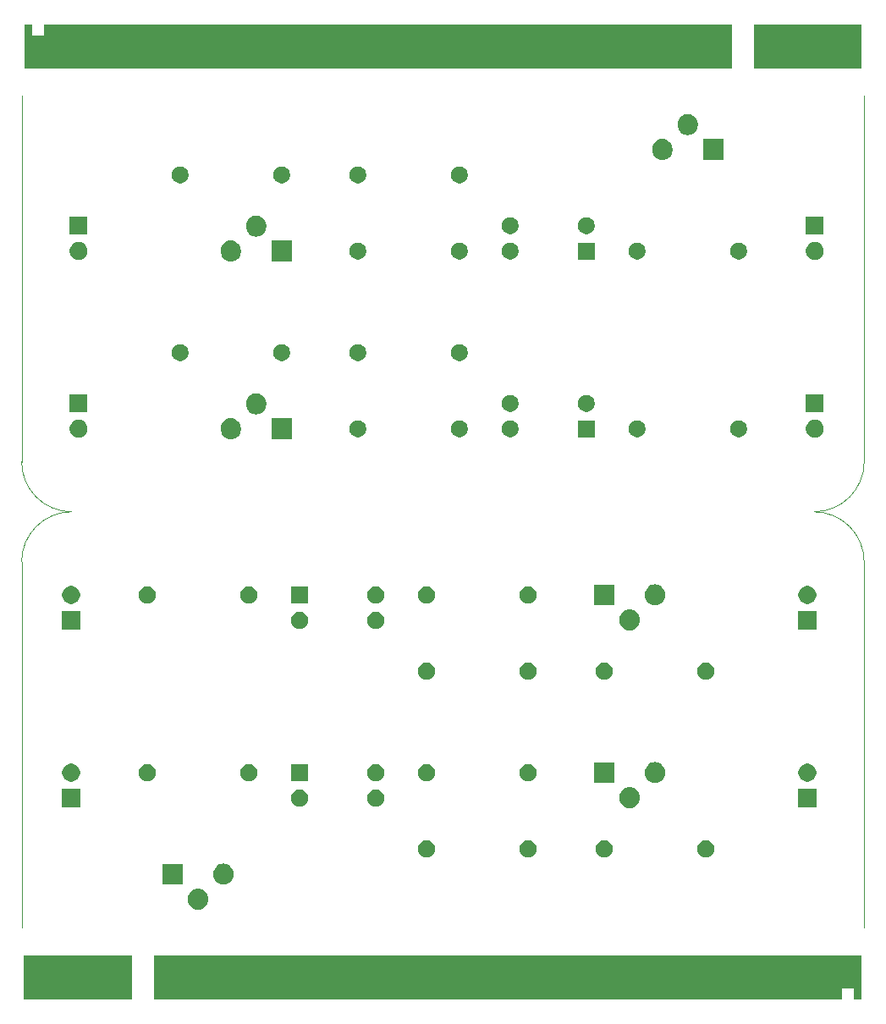
<source format=gts>
G04 #@! TF.GenerationSoftware,KiCad,Pcbnew,(5.1.5)-3*
G04 #@! TF.CreationDate,2020-02-02T20:29:06+09:00*
G04 #@! TF.ProjectId,Tape-LED_Blinky-fin,54617065-2d4c-4454-945f-426c696e6b79,rev?*
G04 #@! TF.SameCoordinates,Original*
G04 #@! TF.FileFunction,Soldermask,Top*
G04 #@! TF.FilePolarity,Negative*
%FSLAX46Y46*%
G04 Gerber Fmt 4.6, Leading zero omitted, Abs format (unit mm)*
G04 Created by KiCad (PCBNEW (5.1.5)-3) date 2020-02-02 20:29:06*
%MOMM*%
%LPD*%
G04 APERTURE LIST*
%ADD10C,0.100000*%
G04 APERTURE END LIST*
D10*
X99355000Y-103445000D02*
G75*
G02X94355000Y-98445000I0J5000000D01*
G01*
X178655000Y-61845000D02*
X178655000Y-98445000D01*
X94355000Y-61845000D02*
X94355000Y-98445000D01*
X178655000Y-98445000D02*
G75*
G02X173655000Y-103445000I-5000000J0D01*
G01*
X173650000Y-103450000D02*
G75*
G02X178650000Y-108450000I0J-5000000D01*
G01*
X94350000Y-108450000D02*
G75*
G02X99350000Y-103450000I5000000J0D01*
G01*
X178650000Y-145050000D02*
X178650000Y-108450000D01*
X94350000Y-145050000D02*
X94350000Y-108450000D01*
G36*
X178401000Y-152201000D02*
G01*
X177599000Y-152201000D01*
X177599000Y-151225999D01*
X177596598Y-151201613D01*
X177589485Y-151178164D01*
X177577934Y-151156553D01*
X177562389Y-151137611D01*
X177543447Y-151122066D01*
X177521836Y-151110515D01*
X177498387Y-151103402D01*
X177474001Y-151101000D01*
X176525999Y-151101000D01*
X176501613Y-151103402D01*
X176478164Y-151110515D01*
X176456553Y-151122066D01*
X176437611Y-151137611D01*
X176422066Y-151156553D01*
X176410515Y-151178164D01*
X176403402Y-151201613D01*
X176401000Y-151225999D01*
X176401000Y-152201000D01*
X107599000Y-152201000D01*
X107599000Y-147799000D01*
X178401000Y-147799000D01*
X178401000Y-152201000D01*
G37*
G36*
X105401000Y-152201000D02*
G01*
X94599000Y-152201000D01*
X94599000Y-147799000D01*
X105401000Y-147799000D01*
X105401000Y-152201000D01*
G37*
G36*
X112196719Y-141163520D02*
G01*
X112385880Y-141220901D01*
X112385883Y-141220902D01*
X112478333Y-141270318D01*
X112560212Y-141314083D01*
X112713015Y-141439485D01*
X112838417Y-141592288D01*
X112931599Y-141766619D01*
X112988980Y-141955780D01*
X113003500Y-142103206D01*
X113003500Y-142296793D01*
X112988980Y-142444219D01*
X112931599Y-142633380D01*
X112931598Y-142633383D01*
X112882182Y-142725833D01*
X112838417Y-142807712D01*
X112713015Y-142960515D01*
X112560212Y-143085917D01*
X112385881Y-143179099D01*
X112196720Y-143236480D01*
X112000000Y-143255855D01*
X111803281Y-143236480D01*
X111614120Y-143179099D01*
X111439788Y-143085917D01*
X111286985Y-142960515D01*
X111161583Y-142807712D01*
X111068401Y-142633381D01*
X111011020Y-142444220D01*
X110996500Y-142296794D01*
X110996500Y-142103207D01*
X111011020Y-141955781D01*
X111068401Y-141766620D01*
X111068402Y-141766617D01*
X111117818Y-141674167D01*
X111161583Y-141592288D01*
X111286985Y-141439485D01*
X111439788Y-141314083D01*
X111614119Y-141220901D01*
X111803280Y-141163520D01*
X112000000Y-141144145D01*
X112196719Y-141163520D01*
G37*
G36*
X114736719Y-138663520D02*
G01*
X114925880Y-138720901D01*
X114925883Y-138720902D01*
X115018333Y-138770318D01*
X115100212Y-138814083D01*
X115253015Y-138939485D01*
X115378417Y-139092288D01*
X115471599Y-139266619D01*
X115528980Y-139455780D01*
X115543500Y-139603206D01*
X115543500Y-139796793D01*
X115528980Y-139944219D01*
X115471599Y-140133380D01*
X115471598Y-140133383D01*
X115422182Y-140225833D01*
X115378417Y-140307712D01*
X115253015Y-140460515D01*
X115100212Y-140585917D01*
X114925881Y-140679099D01*
X114736720Y-140736480D01*
X114540000Y-140755855D01*
X114343281Y-140736480D01*
X114154120Y-140679099D01*
X113979788Y-140585917D01*
X113826985Y-140460515D01*
X113701583Y-140307712D01*
X113608401Y-140133381D01*
X113551020Y-139944220D01*
X113536500Y-139796794D01*
X113536500Y-139603207D01*
X113551020Y-139455781D01*
X113608401Y-139266620D01*
X113608402Y-139266617D01*
X113657818Y-139174167D01*
X113701583Y-139092288D01*
X113826985Y-138939485D01*
X113979788Y-138814083D01*
X114154119Y-138720901D01*
X114343280Y-138663520D01*
X114540000Y-138644145D01*
X114736719Y-138663520D01*
G37*
G36*
X110463500Y-140751000D02*
G01*
X108456500Y-140751000D01*
X108456500Y-138649000D01*
X110463500Y-138649000D01*
X110463500Y-140751000D01*
G37*
G36*
X152888228Y-136341703D02*
G01*
X153043100Y-136405853D01*
X153182481Y-136498985D01*
X153301015Y-136617519D01*
X153394147Y-136756900D01*
X153458297Y-136911772D01*
X153491000Y-137076184D01*
X153491000Y-137243816D01*
X153458297Y-137408228D01*
X153394147Y-137563100D01*
X153301015Y-137702481D01*
X153182481Y-137821015D01*
X153043100Y-137914147D01*
X152888228Y-137978297D01*
X152723816Y-138011000D01*
X152556184Y-138011000D01*
X152391772Y-137978297D01*
X152236900Y-137914147D01*
X152097519Y-137821015D01*
X151978985Y-137702481D01*
X151885853Y-137563100D01*
X151821703Y-137408228D01*
X151789000Y-137243816D01*
X151789000Y-137076184D01*
X151821703Y-136911772D01*
X151885853Y-136756900D01*
X151978985Y-136617519D01*
X152097519Y-136498985D01*
X152236900Y-136405853D01*
X152391772Y-136341703D01*
X152556184Y-136309000D01*
X152723816Y-136309000D01*
X152888228Y-136341703D01*
G37*
G36*
X135108228Y-136341703D02*
G01*
X135263100Y-136405853D01*
X135402481Y-136498985D01*
X135521015Y-136617519D01*
X135614147Y-136756900D01*
X135678297Y-136911772D01*
X135711000Y-137076184D01*
X135711000Y-137243816D01*
X135678297Y-137408228D01*
X135614147Y-137563100D01*
X135521015Y-137702481D01*
X135402481Y-137821015D01*
X135263100Y-137914147D01*
X135108228Y-137978297D01*
X134943816Y-138011000D01*
X134776184Y-138011000D01*
X134611772Y-137978297D01*
X134456900Y-137914147D01*
X134317519Y-137821015D01*
X134198985Y-137702481D01*
X134105853Y-137563100D01*
X134041703Y-137408228D01*
X134009000Y-137243816D01*
X134009000Y-137076184D01*
X134041703Y-136911772D01*
X134105853Y-136756900D01*
X134198985Y-136617519D01*
X134317519Y-136498985D01*
X134456900Y-136405853D01*
X134611772Y-136341703D01*
X134776184Y-136309000D01*
X134943816Y-136309000D01*
X135108228Y-136341703D01*
G37*
G36*
X145268228Y-136341703D02*
G01*
X145423100Y-136405853D01*
X145562481Y-136498985D01*
X145681015Y-136617519D01*
X145774147Y-136756900D01*
X145838297Y-136911772D01*
X145871000Y-137076184D01*
X145871000Y-137243816D01*
X145838297Y-137408228D01*
X145774147Y-137563100D01*
X145681015Y-137702481D01*
X145562481Y-137821015D01*
X145423100Y-137914147D01*
X145268228Y-137978297D01*
X145103816Y-138011000D01*
X144936184Y-138011000D01*
X144771772Y-137978297D01*
X144616900Y-137914147D01*
X144477519Y-137821015D01*
X144358985Y-137702481D01*
X144265853Y-137563100D01*
X144201703Y-137408228D01*
X144169000Y-137243816D01*
X144169000Y-137076184D01*
X144201703Y-136911772D01*
X144265853Y-136756900D01*
X144358985Y-136617519D01*
X144477519Y-136498985D01*
X144616900Y-136405853D01*
X144771772Y-136341703D01*
X144936184Y-136309000D01*
X145103816Y-136309000D01*
X145268228Y-136341703D01*
G37*
G36*
X163048228Y-136341703D02*
G01*
X163203100Y-136405853D01*
X163342481Y-136498985D01*
X163461015Y-136617519D01*
X163554147Y-136756900D01*
X163618297Y-136911772D01*
X163651000Y-137076184D01*
X163651000Y-137243816D01*
X163618297Y-137408228D01*
X163554147Y-137563100D01*
X163461015Y-137702481D01*
X163342481Y-137821015D01*
X163203100Y-137914147D01*
X163048228Y-137978297D01*
X162883816Y-138011000D01*
X162716184Y-138011000D01*
X162551772Y-137978297D01*
X162396900Y-137914147D01*
X162257519Y-137821015D01*
X162138985Y-137702481D01*
X162045853Y-137563100D01*
X161981703Y-137408228D01*
X161949000Y-137243816D01*
X161949000Y-137076184D01*
X161981703Y-136911772D01*
X162045853Y-136756900D01*
X162138985Y-136617519D01*
X162257519Y-136498985D01*
X162396900Y-136405853D01*
X162551772Y-136341703D01*
X162716184Y-136309000D01*
X162883816Y-136309000D01*
X163048228Y-136341703D01*
G37*
G36*
X155376719Y-131003520D02*
G01*
X155565880Y-131060901D01*
X155565883Y-131060902D01*
X155658333Y-131110318D01*
X155740212Y-131154083D01*
X155893015Y-131279485D01*
X156018417Y-131432288D01*
X156111599Y-131606619D01*
X156168980Y-131795780D01*
X156183500Y-131943206D01*
X156183500Y-132136793D01*
X156168980Y-132284219D01*
X156111599Y-132473380D01*
X156111598Y-132473383D01*
X156106404Y-132483100D01*
X156018417Y-132647712D01*
X155893015Y-132800515D01*
X155740212Y-132925917D01*
X155565881Y-133019099D01*
X155376720Y-133076480D01*
X155180000Y-133095855D01*
X154983281Y-133076480D01*
X154794120Y-133019099D01*
X154619788Y-132925917D01*
X154466985Y-132800515D01*
X154341583Y-132647712D01*
X154248401Y-132473381D01*
X154191020Y-132284220D01*
X154176500Y-132136794D01*
X154176500Y-131943207D01*
X154191020Y-131795781D01*
X154248401Y-131606620D01*
X154248402Y-131606617D01*
X154297818Y-131514167D01*
X154341583Y-131432288D01*
X154466985Y-131279485D01*
X154619788Y-131154083D01*
X154794119Y-131060901D01*
X154983280Y-131003520D01*
X155180000Y-130984145D01*
X155376719Y-131003520D01*
G37*
G36*
X173861000Y-132981000D02*
G01*
X172059000Y-132981000D01*
X172059000Y-131179000D01*
X173861000Y-131179000D01*
X173861000Y-132981000D01*
G37*
G36*
X100201000Y-132981000D02*
G01*
X98399000Y-132981000D01*
X98399000Y-131179000D01*
X100201000Y-131179000D01*
X100201000Y-132981000D01*
G37*
G36*
X130028228Y-131261703D02*
G01*
X130183100Y-131325853D01*
X130322481Y-131418985D01*
X130441015Y-131537519D01*
X130534147Y-131676900D01*
X130598297Y-131831772D01*
X130631000Y-131996184D01*
X130631000Y-132163816D01*
X130598297Y-132328228D01*
X130534147Y-132483100D01*
X130441015Y-132622481D01*
X130322481Y-132741015D01*
X130183100Y-132834147D01*
X130028228Y-132898297D01*
X129863816Y-132931000D01*
X129696184Y-132931000D01*
X129531772Y-132898297D01*
X129376900Y-132834147D01*
X129237519Y-132741015D01*
X129118985Y-132622481D01*
X129025853Y-132483100D01*
X128961703Y-132328228D01*
X128929000Y-132163816D01*
X128929000Y-131996184D01*
X128961703Y-131831772D01*
X129025853Y-131676900D01*
X129118985Y-131537519D01*
X129237519Y-131418985D01*
X129376900Y-131325853D01*
X129531772Y-131261703D01*
X129696184Y-131229000D01*
X129863816Y-131229000D01*
X130028228Y-131261703D01*
G37*
G36*
X122408228Y-131261703D02*
G01*
X122563100Y-131325853D01*
X122702481Y-131418985D01*
X122821015Y-131537519D01*
X122914147Y-131676900D01*
X122978297Y-131831772D01*
X123011000Y-131996184D01*
X123011000Y-132163816D01*
X122978297Y-132328228D01*
X122914147Y-132483100D01*
X122821015Y-132622481D01*
X122702481Y-132741015D01*
X122563100Y-132834147D01*
X122408228Y-132898297D01*
X122243816Y-132931000D01*
X122076184Y-132931000D01*
X121911772Y-132898297D01*
X121756900Y-132834147D01*
X121617519Y-132741015D01*
X121498985Y-132622481D01*
X121405853Y-132483100D01*
X121341703Y-132328228D01*
X121309000Y-132163816D01*
X121309000Y-131996184D01*
X121341703Y-131831772D01*
X121405853Y-131676900D01*
X121498985Y-131537519D01*
X121617519Y-131418985D01*
X121756900Y-131325853D01*
X121911772Y-131261703D01*
X122076184Y-131229000D01*
X122243816Y-131229000D01*
X122408228Y-131261703D01*
G37*
G36*
X157916719Y-128503520D02*
G01*
X158105880Y-128560901D01*
X158105883Y-128560902D01*
X158198333Y-128610318D01*
X158280212Y-128654083D01*
X158433015Y-128779485D01*
X158558417Y-128932288D01*
X158651599Y-129106619D01*
X158708980Y-129295780D01*
X158723500Y-129443206D01*
X158723500Y-129636793D01*
X158708980Y-129784219D01*
X158660785Y-129943097D01*
X158651598Y-129973383D01*
X158602182Y-130065833D01*
X158558417Y-130147712D01*
X158433015Y-130300515D01*
X158280212Y-130425917D01*
X158105881Y-130519099D01*
X157916720Y-130576480D01*
X157720000Y-130595855D01*
X157523281Y-130576480D01*
X157334120Y-130519099D01*
X157159788Y-130425917D01*
X157006985Y-130300515D01*
X156881583Y-130147712D01*
X156788401Y-129973381D01*
X156731020Y-129784220D01*
X156716500Y-129636794D01*
X156716500Y-129443207D01*
X156731020Y-129295781D01*
X156788401Y-129106620D01*
X156788402Y-129106617D01*
X156846716Y-128997520D01*
X156881583Y-128932288D01*
X157006985Y-128779485D01*
X157159788Y-128654083D01*
X157334119Y-128560901D01*
X157523280Y-128503520D01*
X157720000Y-128484145D01*
X157916719Y-128503520D01*
G37*
G36*
X153643500Y-130591000D02*
G01*
X151636500Y-130591000D01*
X151636500Y-128489000D01*
X153643500Y-128489000D01*
X153643500Y-130591000D01*
G37*
G36*
X99413512Y-128643927D02*
G01*
X99562812Y-128673624D01*
X99726784Y-128741544D01*
X99874354Y-128840147D01*
X99999853Y-128965646D01*
X100098456Y-129113216D01*
X100166376Y-129277188D01*
X100196073Y-129426488D01*
X100201000Y-129451258D01*
X100201000Y-129628742D01*
X100199398Y-129636794D01*
X100166376Y-129802812D01*
X100098456Y-129966784D01*
X99999853Y-130114354D01*
X99874354Y-130239853D01*
X99726784Y-130338456D01*
X99562812Y-130406376D01*
X99413512Y-130436073D01*
X99388742Y-130441000D01*
X99211258Y-130441000D01*
X99186488Y-130436073D01*
X99037188Y-130406376D01*
X98873216Y-130338456D01*
X98725646Y-130239853D01*
X98600147Y-130114354D01*
X98501544Y-129966784D01*
X98433624Y-129802812D01*
X98400602Y-129636794D01*
X98399000Y-129628742D01*
X98399000Y-129451258D01*
X98403927Y-129426488D01*
X98433624Y-129277188D01*
X98501544Y-129113216D01*
X98600147Y-128965646D01*
X98725646Y-128840147D01*
X98873216Y-128741544D01*
X99037188Y-128673624D01*
X99186488Y-128643927D01*
X99211258Y-128639000D01*
X99388742Y-128639000D01*
X99413512Y-128643927D01*
G37*
G36*
X173073512Y-128643927D02*
G01*
X173222812Y-128673624D01*
X173386784Y-128741544D01*
X173534354Y-128840147D01*
X173659853Y-128965646D01*
X173758456Y-129113216D01*
X173826376Y-129277188D01*
X173856073Y-129426488D01*
X173861000Y-129451258D01*
X173861000Y-129628742D01*
X173859398Y-129636794D01*
X173826376Y-129802812D01*
X173758456Y-129966784D01*
X173659853Y-130114354D01*
X173534354Y-130239853D01*
X173386784Y-130338456D01*
X173222812Y-130406376D01*
X173073512Y-130436073D01*
X173048742Y-130441000D01*
X172871258Y-130441000D01*
X172846488Y-130436073D01*
X172697188Y-130406376D01*
X172533216Y-130338456D01*
X172385646Y-130239853D01*
X172260147Y-130114354D01*
X172161544Y-129966784D01*
X172093624Y-129802812D01*
X172060602Y-129636794D01*
X172059000Y-129628742D01*
X172059000Y-129451258D01*
X172063927Y-129426488D01*
X172093624Y-129277188D01*
X172161544Y-129113216D01*
X172260147Y-128965646D01*
X172385646Y-128840147D01*
X172533216Y-128741544D01*
X172697188Y-128673624D01*
X172846488Y-128643927D01*
X172871258Y-128639000D01*
X173048742Y-128639000D01*
X173073512Y-128643927D01*
G37*
G36*
X117328228Y-128721703D02*
G01*
X117483100Y-128785853D01*
X117622481Y-128878985D01*
X117741015Y-128997519D01*
X117834147Y-129136900D01*
X117898297Y-129291772D01*
X117931000Y-129456184D01*
X117931000Y-129623816D01*
X117898297Y-129788228D01*
X117834147Y-129943100D01*
X117741015Y-130082481D01*
X117622481Y-130201015D01*
X117483100Y-130294147D01*
X117328228Y-130358297D01*
X117163816Y-130391000D01*
X116996184Y-130391000D01*
X116831772Y-130358297D01*
X116676900Y-130294147D01*
X116537519Y-130201015D01*
X116418985Y-130082481D01*
X116325853Y-129943100D01*
X116261703Y-129788228D01*
X116229000Y-129623816D01*
X116229000Y-129456184D01*
X116261703Y-129291772D01*
X116325853Y-129136900D01*
X116418985Y-128997519D01*
X116537519Y-128878985D01*
X116676900Y-128785853D01*
X116831772Y-128721703D01*
X116996184Y-128689000D01*
X117163816Y-128689000D01*
X117328228Y-128721703D01*
G37*
G36*
X135108228Y-128721703D02*
G01*
X135263100Y-128785853D01*
X135402481Y-128878985D01*
X135521015Y-128997519D01*
X135614147Y-129136900D01*
X135678297Y-129291772D01*
X135711000Y-129456184D01*
X135711000Y-129623816D01*
X135678297Y-129788228D01*
X135614147Y-129943100D01*
X135521015Y-130082481D01*
X135402481Y-130201015D01*
X135263100Y-130294147D01*
X135108228Y-130358297D01*
X134943816Y-130391000D01*
X134776184Y-130391000D01*
X134611772Y-130358297D01*
X134456900Y-130294147D01*
X134317519Y-130201015D01*
X134198985Y-130082481D01*
X134105853Y-129943100D01*
X134041703Y-129788228D01*
X134009000Y-129623816D01*
X134009000Y-129456184D01*
X134041703Y-129291772D01*
X134105853Y-129136900D01*
X134198985Y-128997519D01*
X134317519Y-128878985D01*
X134456900Y-128785853D01*
X134611772Y-128721703D01*
X134776184Y-128689000D01*
X134943816Y-128689000D01*
X135108228Y-128721703D01*
G37*
G36*
X107168228Y-128721703D02*
G01*
X107323100Y-128785853D01*
X107462481Y-128878985D01*
X107581015Y-128997519D01*
X107674147Y-129136900D01*
X107738297Y-129291772D01*
X107771000Y-129456184D01*
X107771000Y-129623816D01*
X107738297Y-129788228D01*
X107674147Y-129943100D01*
X107581015Y-130082481D01*
X107462481Y-130201015D01*
X107323100Y-130294147D01*
X107168228Y-130358297D01*
X107003816Y-130391000D01*
X106836184Y-130391000D01*
X106671772Y-130358297D01*
X106516900Y-130294147D01*
X106377519Y-130201015D01*
X106258985Y-130082481D01*
X106165853Y-129943100D01*
X106101703Y-129788228D01*
X106069000Y-129623816D01*
X106069000Y-129456184D01*
X106101703Y-129291772D01*
X106165853Y-129136900D01*
X106258985Y-128997519D01*
X106377519Y-128878985D01*
X106516900Y-128785853D01*
X106671772Y-128721703D01*
X106836184Y-128689000D01*
X107003816Y-128689000D01*
X107168228Y-128721703D01*
G37*
G36*
X145268228Y-128721703D02*
G01*
X145423100Y-128785853D01*
X145562481Y-128878985D01*
X145681015Y-128997519D01*
X145774147Y-129136900D01*
X145838297Y-129291772D01*
X145871000Y-129456184D01*
X145871000Y-129623816D01*
X145838297Y-129788228D01*
X145774147Y-129943100D01*
X145681015Y-130082481D01*
X145562481Y-130201015D01*
X145423100Y-130294147D01*
X145268228Y-130358297D01*
X145103816Y-130391000D01*
X144936184Y-130391000D01*
X144771772Y-130358297D01*
X144616900Y-130294147D01*
X144477519Y-130201015D01*
X144358985Y-130082481D01*
X144265853Y-129943100D01*
X144201703Y-129788228D01*
X144169000Y-129623816D01*
X144169000Y-129456184D01*
X144201703Y-129291772D01*
X144265853Y-129136900D01*
X144358985Y-128997519D01*
X144477519Y-128878985D01*
X144616900Y-128785853D01*
X144771772Y-128721703D01*
X144936184Y-128689000D01*
X145103816Y-128689000D01*
X145268228Y-128721703D01*
G37*
G36*
X130028228Y-128721703D02*
G01*
X130183100Y-128785853D01*
X130322481Y-128878985D01*
X130441015Y-128997519D01*
X130534147Y-129136900D01*
X130598297Y-129291772D01*
X130631000Y-129456184D01*
X130631000Y-129623816D01*
X130598297Y-129788228D01*
X130534147Y-129943100D01*
X130441015Y-130082481D01*
X130322481Y-130201015D01*
X130183100Y-130294147D01*
X130028228Y-130358297D01*
X129863816Y-130391000D01*
X129696184Y-130391000D01*
X129531772Y-130358297D01*
X129376900Y-130294147D01*
X129237519Y-130201015D01*
X129118985Y-130082481D01*
X129025853Y-129943100D01*
X128961703Y-129788228D01*
X128929000Y-129623816D01*
X128929000Y-129456184D01*
X128961703Y-129291772D01*
X129025853Y-129136900D01*
X129118985Y-128997519D01*
X129237519Y-128878985D01*
X129376900Y-128785853D01*
X129531772Y-128721703D01*
X129696184Y-128689000D01*
X129863816Y-128689000D01*
X130028228Y-128721703D01*
G37*
G36*
X123011000Y-130391000D02*
G01*
X121309000Y-130391000D01*
X121309000Y-128689000D01*
X123011000Y-128689000D01*
X123011000Y-130391000D01*
G37*
G36*
X145268228Y-118561703D02*
G01*
X145423100Y-118625853D01*
X145562481Y-118718985D01*
X145681015Y-118837519D01*
X145774147Y-118976900D01*
X145838297Y-119131772D01*
X145871000Y-119296184D01*
X145871000Y-119463816D01*
X145838297Y-119628228D01*
X145774147Y-119783100D01*
X145681015Y-119922481D01*
X145562481Y-120041015D01*
X145423100Y-120134147D01*
X145268228Y-120198297D01*
X145103816Y-120231000D01*
X144936184Y-120231000D01*
X144771772Y-120198297D01*
X144616900Y-120134147D01*
X144477519Y-120041015D01*
X144358985Y-119922481D01*
X144265853Y-119783100D01*
X144201703Y-119628228D01*
X144169000Y-119463816D01*
X144169000Y-119296184D01*
X144201703Y-119131772D01*
X144265853Y-118976900D01*
X144358985Y-118837519D01*
X144477519Y-118718985D01*
X144616900Y-118625853D01*
X144771772Y-118561703D01*
X144936184Y-118529000D01*
X145103816Y-118529000D01*
X145268228Y-118561703D01*
G37*
G36*
X163048228Y-118561703D02*
G01*
X163203100Y-118625853D01*
X163342481Y-118718985D01*
X163461015Y-118837519D01*
X163554147Y-118976900D01*
X163618297Y-119131772D01*
X163651000Y-119296184D01*
X163651000Y-119463816D01*
X163618297Y-119628228D01*
X163554147Y-119783100D01*
X163461015Y-119922481D01*
X163342481Y-120041015D01*
X163203100Y-120134147D01*
X163048228Y-120198297D01*
X162883816Y-120231000D01*
X162716184Y-120231000D01*
X162551772Y-120198297D01*
X162396900Y-120134147D01*
X162257519Y-120041015D01*
X162138985Y-119922481D01*
X162045853Y-119783100D01*
X161981703Y-119628228D01*
X161949000Y-119463816D01*
X161949000Y-119296184D01*
X161981703Y-119131772D01*
X162045853Y-118976900D01*
X162138985Y-118837519D01*
X162257519Y-118718985D01*
X162396900Y-118625853D01*
X162551772Y-118561703D01*
X162716184Y-118529000D01*
X162883816Y-118529000D01*
X163048228Y-118561703D01*
G37*
G36*
X152888228Y-118561703D02*
G01*
X153043100Y-118625853D01*
X153182481Y-118718985D01*
X153301015Y-118837519D01*
X153394147Y-118976900D01*
X153458297Y-119131772D01*
X153491000Y-119296184D01*
X153491000Y-119463816D01*
X153458297Y-119628228D01*
X153394147Y-119783100D01*
X153301015Y-119922481D01*
X153182481Y-120041015D01*
X153043100Y-120134147D01*
X152888228Y-120198297D01*
X152723816Y-120231000D01*
X152556184Y-120231000D01*
X152391772Y-120198297D01*
X152236900Y-120134147D01*
X152097519Y-120041015D01*
X151978985Y-119922481D01*
X151885853Y-119783100D01*
X151821703Y-119628228D01*
X151789000Y-119463816D01*
X151789000Y-119296184D01*
X151821703Y-119131772D01*
X151885853Y-118976900D01*
X151978985Y-118837519D01*
X152097519Y-118718985D01*
X152236900Y-118625853D01*
X152391772Y-118561703D01*
X152556184Y-118529000D01*
X152723816Y-118529000D01*
X152888228Y-118561703D01*
G37*
G36*
X135108228Y-118561703D02*
G01*
X135263100Y-118625853D01*
X135402481Y-118718985D01*
X135521015Y-118837519D01*
X135614147Y-118976900D01*
X135678297Y-119131772D01*
X135711000Y-119296184D01*
X135711000Y-119463816D01*
X135678297Y-119628228D01*
X135614147Y-119783100D01*
X135521015Y-119922481D01*
X135402481Y-120041015D01*
X135263100Y-120134147D01*
X135108228Y-120198297D01*
X134943816Y-120231000D01*
X134776184Y-120231000D01*
X134611772Y-120198297D01*
X134456900Y-120134147D01*
X134317519Y-120041015D01*
X134198985Y-119922481D01*
X134105853Y-119783100D01*
X134041703Y-119628228D01*
X134009000Y-119463816D01*
X134009000Y-119296184D01*
X134041703Y-119131772D01*
X134105853Y-118976900D01*
X134198985Y-118837519D01*
X134317519Y-118718985D01*
X134456900Y-118625853D01*
X134611772Y-118561703D01*
X134776184Y-118529000D01*
X134943816Y-118529000D01*
X135108228Y-118561703D01*
G37*
G36*
X155376719Y-113223520D02*
G01*
X155565880Y-113280901D01*
X155565883Y-113280902D01*
X155658333Y-113330318D01*
X155740212Y-113374083D01*
X155893015Y-113499485D01*
X156018417Y-113652288D01*
X156111599Y-113826619D01*
X156168980Y-114015780D01*
X156183500Y-114163206D01*
X156183500Y-114356793D01*
X156168980Y-114504219D01*
X156111599Y-114693380D01*
X156111598Y-114693383D01*
X156106404Y-114703100D01*
X156018417Y-114867712D01*
X155893015Y-115020515D01*
X155740212Y-115145917D01*
X155565881Y-115239099D01*
X155376720Y-115296480D01*
X155180000Y-115315855D01*
X154983281Y-115296480D01*
X154794120Y-115239099D01*
X154619788Y-115145917D01*
X154466985Y-115020515D01*
X154341583Y-114867712D01*
X154248401Y-114693381D01*
X154191020Y-114504220D01*
X154176500Y-114356794D01*
X154176500Y-114163207D01*
X154191020Y-114015781D01*
X154248401Y-113826620D01*
X154248402Y-113826617D01*
X154297818Y-113734167D01*
X154341583Y-113652288D01*
X154466985Y-113499485D01*
X154619788Y-113374083D01*
X154794119Y-113280901D01*
X154983280Y-113223520D01*
X155180000Y-113204145D01*
X155376719Y-113223520D01*
G37*
G36*
X173861000Y-115201000D02*
G01*
X172059000Y-115201000D01*
X172059000Y-113399000D01*
X173861000Y-113399000D01*
X173861000Y-115201000D01*
G37*
G36*
X100201000Y-115201000D02*
G01*
X98399000Y-115201000D01*
X98399000Y-113399000D01*
X100201000Y-113399000D01*
X100201000Y-115201000D01*
G37*
G36*
X130028228Y-113481703D02*
G01*
X130183100Y-113545853D01*
X130322481Y-113638985D01*
X130441015Y-113757519D01*
X130534147Y-113896900D01*
X130598297Y-114051772D01*
X130631000Y-114216184D01*
X130631000Y-114383816D01*
X130598297Y-114548228D01*
X130534147Y-114703100D01*
X130441015Y-114842481D01*
X130322481Y-114961015D01*
X130183100Y-115054147D01*
X130028228Y-115118297D01*
X129863816Y-115151000D01*
X129696184Y-115151000D01*
X129531772Y-115118297D01*
X129376900Y-115054147D01*
X129237519Y-114961015D01*
X129118985Y-114842481D01*
X129025853Y-114703100D01*
X128961703Y-114548228D01*
X128929000Y-114383816D01*
X128929000Y-114216184D01*
X128961703Y-114051772D01*
X129025853Y-113896900D01*
X129118985Y-113757519D01*
X129237519Y-113638985D01*
X129376900Y-113545853D01*
X129531772Y-113481703D01*
X129696184Y-113449000D01*
X129863816Y-113449000D01*
X130028228Y-113481703D01*
G37*
G36*
X122408228Y-113481703D02*
G01*
X122563100Y-113545853D01*
X122702481Y-113638985D01*
X122821015Y-113757519D01*
X122914147Y-113896900D01*
X122978297Y-114051772D01*
X123011000Y-114216184D01*
X123011000Y-114383816D01*
X122978297Y-114548228D01*
X122914147Y-114703100D01*
X122821015Y-114842481D01*
X122702481Y-114961015D01*
X122563100Y-115054147D01*
X122408228Y-115118297D01*
X122243816Y-115151000D01*
X122076184Y-115151000D01*
X121911772Y-115118297D01*
X121756900Y-115054147D01*
X121617519Y-114961015D01*
X121498985Y-114842481D01*
X121405853Y-114703100D01*
X121341703Y-114548228D01*
X121309000Y-114383816D01*
X121309000Y-114216184D01*
X121341703Y-114051772D01*
X121405853Y-113896900D01*
X121498985Y-113757519D01*
X121617519Y-113638985D01*
X121756900Y-113545853D01*
X121911772Y-113481703D01*
X122076184Y-113449000D01*
X122243816Y-113449000D01*
X122408228Y-113481703D01*
G37*
G36*
X157916719Y-110723520D02*
G01*
X158105880Y-110780901D01*
X158105883Y-110780902D01*
X158198333Y-110830318D01*
X158280212Y-110874083D01*
X158433015Y-110999485D01*
X158558417Y-111152288D01*
X158651599Y-111326619D01*
X158708980Y-111515780D01*
X158723500Y-111663206D01*
X158723500Y-111856793D01*
X158708980Y-112004219D01*
X158660785Y-112163097D01*
X158651598Y-112193383D01*
X158602182Y-112285833D01*
X158558417Y-112367712D01*
X158433015Y-112520515D01*
X158280212Y-112645917D01*
X158105881Y-112739099D01*
X157916720Y-112796480D01*
X157720000Y-112815855D01*
X157523281Y-112796480D01*
X157334120Y-112739099D01*
X157159788Y-112645917D01*
X157006985Y-112520515D01*
X156881583Y-112367712D01*
X156788401Y-112193381D01*
X156731020Y-112004220D01*
X156716500Y-111856794D01*
X156716500Y-111663207D01*
X156731020Y-111515781D01*
X156788401Y-111326620D01*
X156788402Y-111326617D01*
X156846716Y-111217520D01*
X156881583Y-111152288D01*
X157006985Y-110999485D01*
X157159788Y-110874083D01*
X157334119Y-110780901D01*
X157523280Y-110723520D01*
X157720000Y-110704145D01*
X157916719Y-110723520D01*
G37*
G36*
X153643500Y-112811000D02*
G01*
X151636500Y-112811000D01*
X151636500Y-110709000D01*
X153643500Y-110709000D01*
X153643500Y-112811000D01*
G37*
G36*
X173073512Y-110863927D02*
G01*
X173222812Y-110893624D01*
X173386784Y-110961544D01*
X173534354Y-111060147D01*
X173659853Y-111185646D01*
X173758456Y-111333216D01*
X173826376Y-111497188D01*
X173856073Y-111646488D01*
X173861000Y-111671258D01*
X173861000Y-111848742D01*
X173859398Y-111856794D01*
X173826376Y-112022812D01*
X173758456Y-112186784D01*
X173659853Y-112334354D01*
X173534354Y-112459853D01*
X173386784Y-112558456D01*
X173222812Y-112626376D01*
X173073512Y-112656073D01*
X173048742Y-112661000D01*
X172871258Y-112661000D01*
X172846488Y-112656073D01*
X172697188Y-112626376D01*
X172533216Y-112558456D01*
X172385646Y-112459853D01*
X172260147Y-112334354D01*
X172161544Y-112186784D01*
X172093624Y-112022812D01*
X172060602Y-111856794D01*
X172059000Y-111848742D01*
X172059000Y-111671258D01*
X172063927Y-111646488D01*
X172093624Y-111497188D01*
X172161544Y-111333216D01*
X172260147Y-111185646D01*
X172385646Y-111060147D01*
X172533216Y-110961544D01*
X172697188Y-110893624D01*
X172846488Y-110863927D01*
X172871258Y-110859000D01*
X173048742Y-110859000D01*
X173073512Y-110863927D01*
G37*
G36*
X99413512Y-110863927D02*
G01*
X99562812Y-110893624D01*
X99726784Y-110961544D01*
X99874354Y-111060147D01*
X99999853Y-111185646D01*
X100098456Y-111333216D01*
X100166376Y-111497188D01*
X100196073Y-111646488D01*
X100201000Y-111671258D01*
X100201000Y-111848742D01*
X100199398Y-111856794D01*
X100166376Y-112022812D01*
X100098456Y-112186784D01*
X99999853Y-112334354D01*
X99874354Y-112459853D01*
X99726784Y-112558456D01*
X99562812Y-112626376D01*
X99413512Y-112656073D01*
X99388742Y-112661000D01*
X99211258Y-112661000D01*
X99186488Y-112656073D01*
X99037188Y-112626376D01*
X98873216Y-112558456D01*
X98725646Y-112459853D01*
X98600147Y-112334354D01*
X98501544Y-112186784D01*
X98433624Y-112022812D01*
X98400602Y-111856794D01*
X98399000Y-111848742D01*
X98399000Y-111671258D01*
X98403927Y-111646488D01*
X98433624Y-111497188D01*
X98501544Y-111333216D01*
X98600147Y-111185646D01*
X98725646Y-111060147D01*
X98873216Y-110961544D01*
X99037188Y-110893624D01*
X99186488Y-110863927D01*
X99211258Y-110859000D01*
X99388742Y-110859000D01*
X99413512Y-110863927D01*
G37*
G36*
X123011000Y-112611000D02*
G01*
X121309000Y-112611000D01*
X121309000Y-110909000D01*
X123011000Y-110909000D01*
X123011000Y-112611000D01*
G37*
G36*
X145268228Y-110941703D02*
G01*
X145423100Y-111005853D01*
X145562481Y-111098985D01*
X145681015Y-111217519D01*
X145774147Y-111356900D01*
X145838297Y-111511772D01*
X145871000Y-111676184D01*
X145871000Y-111843816D01*
X145838297Y-112008228D01*
X145774147Y-112163100D01*
X145681015Y-112302481D01*
X145562481Y-112421015D01*
X145423100Y-112514147D01*
X145268228Y-112578297D01*
X145103816Y-112611000D01*
X144936184Y-112611000D01*
X144771772Y-112578297D01*
X144616900Y-112514147D01*
X144477519Y-112421015D01*
X144358985Y-112302481D01*
X144265853Y-112163100D01*
X144201703Y-112008228D01*
X144169000Y-111843816D01*
X144169000Y-111676184D01*
X144201703Y-111511772D01*
X144265853Y-111356900D01*
X144358985Y-111217519D01*
X144477519Y-111098985D01*
X144616900Y-111005853D01*
X144771772Y-110941703D01*
X144936184Y-110909000D01*
X145103816Y-110909000D01*
X145268228Y-110941703D01*
G37*
G36*
X107168228Y-110941703D02*
G01*
X107323100Y-111005853D01*
X107462481Y-111098985D01*
X107581015Y-111217519D01*
X107674147Y-111356900D01*
X107738297Y-111511772D01*
X107771000Y-111676184D01*
X107771000Y-111843816D01*
X107738297Y-112008228D01*
X107674147Y-112163100D01*
X107581015Y-112302481D01*
X107462481Y-112421015D01*
X107323100Y-112514147D01*
X107168228Y-112578297D01*
X107003816Y-112611000D01*
X106836184Y-112611000D01*
X106671772Y-112578297D01*
X106516900Y-112514147D01*
X106377519Y-112421015D01*
X106258985Y-112302481D01*
X106165853Y-112163100D01*
X106101703Y-112008228D01*
X106069000Y-111843816D01*
X106069000Y-111676184D01*
X106101703Y-111511772D01*
X106165853Y-111356900D01*
X106258985Y-111217519D01*
X106377519Y-111098985D01*
X106516900Y-111005853D01*
X106671772Y-110941703D01*
X106836184Y-110909000D01*
X107003816Y-110909000D01*
X107168228Y-110941703D01*
G37*
G36*
X117328228Y-110941703D02*
G01*
X117483100Y-111005853D01*
X117622481Y-111098985D01*
X117741015Y-111217519D01*
X117834147Y-111356900D01*
X117898297Y-111511772D01*
X117931000Y-111676184D01*
X117931000Y-111843816D01*
X117898297Y-112008228D01*
X117834147Y-112163100D01*
X117741015Y-112302481D01*
X117622481Y-112421015D01*
X117483100Y-112514147D01*
X117328228Y-112578297D01*
X117163816Y-112611000D01*
X116996184Y-112611000D01*
X116831772Y-112578297D01*
X116676900Y-112514147D01*
X116537519Y-112421015D01*
X116418985Y-112302481D01*
X116325853Y-112163100D01*
X116261703Y-112008228D01*
X116229000Y-111843816D01*
X116229000Y-111676184D01*
X116261703Y-111511772D01*
X116325853Y-111356900D01*
X116418985Y-111217519D01*
X116537519Y-111098985D01*
X116676900Y-111005853D01*
X116831772Y-110941703D01*
X116996184Y-110909000D01*
X117163816Y-110909000D01*
X117328228Y-110941703D01*
G37*
G36*
X135108228Y-110941703D02*
G01*
X135263100Y-111005853D01*
X135402481Y-111098985D01*
X135521015Y-111217519D01*
X135614147Y-111356900D01*
X135678297Y-111511772D01*
X135711000Y-111676184D01*
X135711000Y-111843816D01*
X135678297Y-112008228D01*
X135614147Y-112163100D01*
X135521015Y-112302481D01*
X135402481Y-112421015D01*
X135263100Y-112514147D01*
X135108228Y-112578297D01*
X134943816Y-112611000D01*
X134776184Y-112611000D01*
X134611772Y-112578297D01*
X134456900Y-112514147D01*
X134317519Y-112421015D01*
X134198985Y-112302481D01*
X134105853Y-112163100D01*
X134041703Y-112008228D01*
X134009000Y-111843816D01*
X134009000Y-111676184D01*
X134041703Y-111511772D01*
X134105853Y-111356900D01*
X134198985Y-111217519D01*
X134317519Y-111098985D01*
X134456900Y-111005853D01*
X134611772Y-110941703D01*
X134776184Y-110909000D01*
X134943816Y-110909000D01*
X135108228Y-110941703D01*
G37*
G36*
X130028228Y-110941703D02*
G01*
X130183100Y-111005853D01*
X130322481Y-111098985D01*
X130441015Y-111217519D01*
X130534147Y-111356900D01*
X130598297Y-111511772D01*
X130631000Y-111676184D01*
X130631000Y-111843816D01*
X130598297Y-112008228D01*
X130534147Y-112163100D01*
X130441015Y-112302481D01*
X130322481Y-112421015D01*
X130183100Y-112514147D01*
X130028228Y-112578297D01*
X129863816Y-112611000D01*
X129696184Y-112611000D01*
X129531772Y-112578297D01*
X129376900Y-112514147D01*
X129237519Y-112421015D01*
X129118985Y-112302481D01*
X129025853Y-112163100D01*
X128961703Y-112008228D01*
X128929000Y-111843816D01*
X128929000Y-111676184D01*
X128961703Y-111511772D01*
X129025853Y-111356900D01*
X129118985Y-111217519D01*
X129237519Y-111098985D01*
X129376900Y-111005853D01*
X129531772Y-110941703D01*
X129696184Y-110909000D01*
X129863816Y-110909000D01*
X130028228Y-110941703D01*
G37*
G36*
X115481720Y-94098520D02*
G01*
X115670881Y-94155901D01*
X115845212Y-94249083D01*
X115998015Y-94374485D01*
X116123417Y-94527288D01*
X116158284Y-94592520D01*
X116216598Y-94701617D01*
X116216599Y-94701620D01*
X116273980Y-94890781D01*
X116288500Y-95038207D01*
X116288500Y-95231794D01*
X116273980Y-95379220D01*
X116216599Y-95568381D01*
X116123417Y-95742712D01*
X115998015Y-95895515D01*
X115845212Y-96020917D01*
X115763333Y-96064682D01*
X115670883Y-96114098D01*
X115670880Y-96114099D01*
X115481719Y-96171480D01*
X115285000Y-96190855D01*
X115088280Y-96171480D01*
X114899119Y-96114099D01*
X114724788Y-96020917D01*
X114571985Y-95895515D01*
X114446583Y-95742712D01*
X114402818Y-95660833D01*
X114353402Y-95568383D01*
X114344215Y-95538097D01*
X114296020Y-95379219D01*
X114281500Y-95231793D01*
X114281500Y-95038206D01*
X114296020Y-94890780D01*
X114353401Y-94701619D01*
X114446583Y-94527288D01*
X114571985Y-94374485D01*
X114724788Y-94249083D01*
X114899120Y-94155901D01*
X115088281Y-94098520D01*
X115285000Y-94079145D01*
X115481720Y-94098520D01*
G37*
G36*
X121368500Y-96186000D02*
G01*
X119361500Y-96186000D01*
X119361500Y-94084000D01*
X121368500Y-94084000D01*
X121368500Y-96186000D01*
G37*
G36*
X100158512Y-94238927D02*
G01*
X100307812Y-94268624D01*
X100471784Y-94336544D01*
X100619354Y-94435147D01*
X100744853Y-94560646D01*
X100843456Y-94708216D01*
X100911376Y-94872188D01*
X100941073Y-95021488D01*
X100946000Y-95046258D01*
X100946000Y-95223742D01*
X100944398Y-95231794D01*
X100911376Y-95397812D01*
X100843456Y-95561784D01*
X100744853Y-95709354D01*
X100619354Y-95834853D01*
X100471784Y-95933456D01*
X100307812Y-96001376D01*
X100158512Y-96031073D01*
X100133742Y-96036000D01*
X99956258Y-96036000D01*
X99931488Y-96031073D01*
X99782188Y-96001376D01*
X99618216Y-95933456D01*
X99470646Y-95834853D01*
X99345147Y-95709354D01*
X99246544Y-95561784D01*
X99178624Y-95397812D01*
X99145602Y-95231794D01*
X99144000Y-95223742D01*
X99144000Y-95046258D01*
X99148927Y-95021488D01*
X99178624Y-94872188D01*
X99246544Y-94708216D01*
X99345147Y-94560646D01*
X99470646Y-94435147D01*
X99618216Y-94336544D01*
X99782188Y-94268624D01*
X99931488Y-94238927D01*
X99956258Y-94234000D01*
X100133742Y-94234000D01*
X100158512Y-94238927D01*
G37*
G36*
X173818512Y-94238927D02*
G01*
X173967812Y-94268624D01*
X174131784Y-94336544D01*
X174279354Y-94435147D01*
X174404853Y-94560646D01*
X174503456Y-94708216D01*
X174571376Y-94872188D01*
X174601073Y-95021488D01*
X174606000Y-95046258D01*
X174606000Y-95223742D01*
X174604398Y-95231794D01*
X174571376Y-95397812D01*
X174503456Y-95561784D01*
X174404853Y-95709354D01*
X174279354Y-95834853D01*
X174131784Y-95933456D01*
X173967812Y-96001376D01*
X173818512Y-96031073D01*
X173793742Y-96036000D01*
X173616258Y-96036000D01*
X173591488Y-96031073D01*
X173442188Y-96001376D01*
X173278216Y-95933456D01*
X173130646Y-95834853D01*
X173005147Y-95709354D01*
X172906544Y-95561784D01*
X172838624Y-95397812D01*
X172805602Y-95231794D01*
X172804000Y-95223742D01*
X172804000Y-95046258D01*
X172808927Y-95021488D01*
X172838624Y-94872188D01*
X172906544Y-94708216D01*
X173005147Y-94560646D01*
X173130646Y-94435147D01*
X173278216Y-94336544D01*
X173442188Y-94268624D01*
X173591488Y-94238927D01*
X173616258Y-94234000D01*
X173793742Y-94234000D01*
X173818512Y-94238927D01*
G37*
G36*
X166333228Y-94316703D02*
G01*
X166488100Y-94380853D01*
X166627481Y-94473985D01*
X166746015Y-94592519D01*
X166839147Y-94731900D01*
X166903297Y-94886772D01*
X166936000Y-95051184D01*
X166936000Y-95218816D01*
X166903297Y-95383228D01*
X166839147Y-95538100D01*
X166746015Y-95677481D01*
X166627481Y-95796015D01*
X166488100Y-95889147D01*
X166333228Y-95953297D01*
X166168816Y-95986000D01*
X166001184Y-95986000D01*
X165836772Y-95953297D01*
X165681900Y-95889147D01*
X165542519Y-95796015D01*
X165423985Y-95677481D01*
X165330853Y-95538100D01*
X165266703Y-95383228D01*
X165234000Y-95218816D01*
X165234000Y-95051184D01*
X165266703Y-94886772D01*
X165330853Y-94731900D01*
X165423985Y-94592519D01*
X165542519Y-94473985D01*
X165681900Y-94380853D01*
X165836772Y-94316703D01*
X166001184Y-94284000D01*
X166168816Y-94284000D01*
X166333228Y-94316703D01*
G37*
G36*
X156173228Y-94316703D02*
G01*
X156328100Y-94380853D01*
X156467481Y-94473985D01*
X156586015Y-94592519D01*
X156679147Y-94731900D01*
X156743297Y-94886772D01*
X156776000Y-95051184D01*
X156776000Y-95218816D01*
X156743297Y-95383228D01*
X156679147Y-95538100D01*
X156586015Y-95677481D01*
X156467481Y-95796015D01*
X156328100Y-95889147D01*
X156173228Y-95953297D01*
X156008816Y-95986000D01*
X155841184Y-95986000D01*
X155676772Y-95953297D01*
X155521900Y-95889147D01*
X155382519Y-95796015D01*
X155263985Y-95677481D01*
X155170853Y-95538100D01*
X155106703Y-95383228D01*
X155074000Y-95218816D01*
X155074000Y-95051184D01*
X155106703Y-94886772D01*
X155170853Y-94731900D01*
X155263985Y-94592519D01*
X155382519Y-94473985D01*
X155521900Y-94380853D01*
X155676772Y-94316703D01*
X155841184Y-94284000D01*
X156008816Y-94284000D01*
X156173228Y-94316703D01*
G37*
G36*
X128233228Y-94316703D02*
G01*
X128388100Y-94380853D01*
X128527481Y-94473985D01*
X128646015Y-94592519D01*
X128739147Y-94731900D01*
X128803297Y-94886772D01*
X128836000Y-95051184D01*
X128836000Y-95218816D01*
X128803297Y-95383228D01*
X128739147Y-95538100D01*
X128646015Y-95677481D01*
X128527481Y-95796015D01*
X128388100Y-95889147D01*
X128233228Y-95953297D01*
X128068816Y-95986000D01*
X127901184Y-95986000D01*
X127736772Y-95953297D01*
X127581900Y-95889147D01*
X127442519Y-95796015D01*
X127323985Y-95677481D01*
X127230853Y-95538100D01*
X127166703Y-95383228D01*
X127134000Y-95218816D01*
X127134000Y-95051184D01*
X127166703Y-94886772D01*
X127230853Y-94731900D01*
X127323985Y-94592519D01*
X127442519Y-94473985D01*
X127581900Y-94380853D01*
X127736772Y-94316703D01*
X127901184Y-94284000D01*
X128068816Y-94284000D01*
X128233228Y-94316703D01*
G37*
G36*
X138393228Y-94316703D02*
G01*
X138548100Y-94380853D01*
X138687481Y-94473985D01*
X138806015Y-94592519D01*
X138899147Y-94731900D01*
X138963297Y-94886772D01*
X138996000Y-95051184D01*
X138996000Y-95218816D01*
X138963297Y-95383228D01*
X138899147Y-95538100D01*
X138806015Y-95677481D01*
X138687481Y-95796015D01*
X138548100Y-95889147D01*
X138393228Y-95953297D01*
X138228816Y-95986000D01*
X138061184Y-95986000D01*
X137896772Y-95953297D01*
X137741900Y-95889147D01*
X137602519Y-95796015D01*
X137483985Y-95677481D01*
X137390853Y-95538100D01*
X137326703Y-95383228D01*
X137294000Y-95218816D01*
X137294000Y-95051184D01*
X137326703Y-94886772D01*
X137390853Y-94731900D01*
X137483985Y-94592519D01*
X137602519Y-94473985D01*
X137741900Y-94380853D01*
X137896772Y-94316703D01*
X138061184Y-94284000D01*
X138228816Y-94284000D01*
X138393228Y-94316703D01*
G37*
G36*
X143473228Y-94316703D02*
G01*
X143628100Y-94380853D01*
X143767481Y-94473985D01*
X143886015Y-94592519D01*
X143979147Y-94731900D01*
X144043297Y-94886772D01*
X144076000Y-95051184D01*
X144076000Y-95218816D01*
X144043297Y-95383228D01*
X143979147Y-95538100D01*
X143886015Y-95677481D01*
X143767481Y-95796015D01*
X143628100Y-95889147D01*
X143473228Y-95953297D01*
X143308816Y-95986000D01*
X143141184Y-95986000D01*
X142976772Y-95953297D01*
X142821900Y-95889147D01*
X142682519Y-95796015D01*
X142563985Y-95677481D01*
X142470853Y-95538100D01*
X142406703Y-95383228D01*
X142374000Y-95218816D01*
X142374000Y-95051184D01*
X142406703Y-94886772D01*
X142470853Y-94731900D01*
X142563985Y-94592519D01*
X142682519Y-94473985D01*
X142821900Y-94380853D01*
X142976772Y-94316703D01*
X143141184Y-94284000D01*
X143308816Y-94284000D01*
X143473228Y-94316703D01*
G37*
G36*
X151696000Y-95986000D02*
G01*
X149994000Y-95986000D01*
X149994000Y-94284000D01*
X151696000Y-94284000D01*
X151696000Y-95986000D01*
G37*
G36*
X118021720Y-91598520D02*
G01*
X118210881Y-91655901D01*
X118385212Y-91749083D01*
X118538015Y-91874485D01*
X118663417Y-92027288D01*
X118707182Y-92109167D01*
X118756598Y-92201617D01*
X118756599Y-92201620D01*
X118813980Y-92390781D01*
X118828500Y-92538207D01*
X118828500Y-92731794D01*
X118813980Y-92879220D01*
X118756599Y-93068381D01*
X118663417Y-93242712D01*
X118538015Y-93395515D01*
X118385212Y-93520917D01*
X118303333Y-93564682D01*
X118210883Y-93614098D01*
X118210880Y-93614099D01*
X118021719Y-93671480D01*
X117825000Y-93690855D01*
X117628280Y-93671480D01*
X117439119Y-93614099D01*
X117264788Y-93520917D01*
X117111985Y-93395515D01*
X116986583Y-93242712D01*
X116930336Y-93137481D01*
X116893402Y-93068383D01*
X116872081Y-92998097D01*
X116836020Y-92879219D01*
X116821500Y-92731793D01*
X116821500Y-92538206D01*
X116836020Y-92390780D01*
X116893401Y-92201619D01*
X116986583Y-92027288D01*
X117111985Y-91874485D01*
X117264788Y-91749083D01*
X117439120Y-91655901D01*
X117628281Y-91598520D01*
X117825000Y-91579145D01*
X118021720Y-91598520D01*
G37*
G36*
X100946000Y-93496000D02*
G01*
X99144000Y-93496000D01*
X99144000Y-91694000D01*
X100946000Y-91694000D01*
X100946000Y-93496000D01*
G37*
G36*
X174606000Y-93496000D02*
G01*
X172804000Y-93496000D01*
X172804000Y-91694000D01*
X174606000Y-91694000D01*
X174606000Y-93496000D01*
G37*
G36*
X151093228Y-91776703D02*
G01*
X151248100Y-91840853D01*
X151387481Y-91933985D01*
X151506015Y-92052519D01*
X151599147Y-92191900D01*
X151663297Y-92346772D01*
X151696000Y-92511184D01*
X151696000Y-92678816D01*
X151663297Y-92843228D01*
X151599147Y-92998100D01*
X151506015Y-93137481D01*
X151387481Y-93256015D01*
X151248100Y-93349147D01*
X151093228Y-93413297D01*
X150928816Y-93446000D01*
X150761184Y-93446000D01*
X150596772Y-93413297D01*
X150441900Y-93349147D01*
X150302519Y-93256015D01*
X150183985Y-93137481D01*
X150090853Y-92998100D01*
X150026703Y-92843228D01*
X149994000Y-92678816D01*
X149994000Y-92511184D01*
X150026703Y-92346772D01*
X150090853Y-92191900D01*
X150183985Y-92052519D01*
X150302519Y-91933985D01*
X150441900Y-91840853D01*
X150596772Y-91776703D01*
X150761184Y-91744000D01*
X150928816Y-91744000D01*
X151093228Y-91776703D01*
G37*
G36*
X143473228Y-91776703D02*
G01*
X143628100Y-91840853D01*
X143767481Y-91933985D01*
X143886015Y-92052519D01*
X143979147Y-92191900D01*
X144043297Y-92346772D01*
X144076000Y-92511184D01*
X144076000Y-92678816D01*
X144043297Y-92843228D01*
X143979147Y-92998100D01*
X143886015Y-93137481D01*
X143767481Y-93256015D01*
X143628100Y-93349147D01*
X143473228Y-93413297D01*
X143308816Y-93446000D01*
X143141184Y-93446000D01*
X142976772Y-93413297D01*
X142821900Y-93349147D01*
X142682519Y-93256015D01*
X142563985Y-93137481D01*
X142470853Y-92998100D01*
X142406703Y-92843228D01*
X142374000Y-92678816D01*
X142374000Y-92511184D01*
X142406703Y-92346772D01*
X142470853Y-92191900D01*
X142563985Y-92052519D01*
X142682519Y-91933985D01*
X142821900Y-91840853D01*
X142976772Y-91776703D01*
X143141184Y-91744000D01*
X143308816Y-91744000D01*
X143473228Y-91776703D01*
G37*
G36*
X138393228Y-86696703D02*
G01*
X138548100Y-86760853D01*
X138687481Y-86853985D01*
X138806015Y-86972519D01*
X138899147Y-87111900D01*
X138963297Y-87266772D01*
X138996000Y-87431184D01*
X138996000Y-87598816D01*
X138963297Y-87763228D01*
X138899147Y-87918100D01*
X138806015Y-88057481D01*
X138687481Y-88176015D01*
X138548100Y-88269147D01*
X138393228Y-88333297D01*
X138228816Y-88366000D01*
X138061184Y-88366000D01*
X137896772Y-88333297D01*
X137741900Y-88269147D01*
X137602519Y-88176015D01*
X137483985Y-88057481D01*
X137390853Y-87918100D01*
X137326703Y-87763228D01*
X137294000Y-87598816D01*
X137294000Y-87431184D01*
X137326703Y-87266772D01*
X137390853Y-87111900D01*
X137483985Y-86972519D01*
X137602519Y-86853985D01*
X137741900Y-86760853D01*
X137896772Y-86696703D01*
X138061184Y-86664000D01*
X138228816Y-86664000D01*
X138393228Y-86696703D01*
G37*
G36*
X110453228Y-86696703D02*
G01*
X110608100Y-86760853D01*
X110747481Y-86853985D01*
X110866015Y-86972519D01*
X110959147Y-87111900D01*
X111023297Y-87266772D01*
X111056000Y-87431184D01*
X111056000Y-87598816D01*
X111023297Y-87763228D01*
X110959147Y-87918100D01*
X110866015Y-88057481D01*
X110747481Y-88176015D01*
X110608100Y-88269147D01*
X110453228Y-88333297D01*
X110288816Y-88366000D01*
X110121184Y-88366000D01*
X109956772Y-88333297D01*
X109801900Y-88269147D01*
X109662519Y-88176015D01*
X109543985Y-88057481D01*
X109450853Y-87918100D01*
X109386703Y-87763228D01*
X109354000Y-87598816D01*
X109354000Y-87431184D01*
X109386703Y-87266772D01*
X109450853Y-87111900D01*
X109543985Y-86972519D01*
X109662519Y-86853985D01*
X109801900Y-86760853D01*
X109956772Y-86696703D01*
X110121184Y-86664000D01*
X110288816Y-86664000D01*
X110453228Y-86696703D01*
G37*
G36*
X120613228Y-86696703D02*
G01*
X120768100Y-86760853D01*
X120907481Y-86853985D01*
X121026015Y-86972519D01*
X121119147Y-87111900D01*
X121183297Y-87266772D01*
X121216000Y-87431184D01*
X121216000Y-87598816D01*
X121183297Y-87763228D01*
X121119147Y-87918100D01*
X121026015Y-88057481D01*
X120907481Y-88176015D01*
X120768100Y-88269147D01*
X120613228Y-88333297D01*
X120448816Y-88366000D01*
X120281184Y-88366000D01*
X120116772Y-88333297D01*
X119961900Y-88269147D01*
X119822519Y-88176015D01*
X119703985Y-88057481D01*
X119610853Y-87918100D01*
X119546703Y-87763228D01*
X119514000Y-87598816D01*
X119514000Y-87431184D01*
X119546703Y-87266772D01*
X119610853Y-87111900D01*
X119703985Y-86972519D01*
X119822519Y-86853985D01*
X119961900Y-86760853D01*
X120116772Y-86696703D01*
X120281184Y-86664000D01*
X120448816Y-86664000D01*
X120613228Y-86696703D01*
G37*
G36*
X128233228Y-86696703D02*
G01*
X128388100Y-86760853D01*
X128527481Y-86853985D01*
X128646015Y-86972519D01*
X128739147Y-87111900D01*
X128803297Y-87266772D01*
X128836000Y-87431184D01*
X128836000Y-87598816D01*
X128803297Y-87763228D01*
X128739147Y-87918100D01*
X128646015Y-88057481D01*
X128527481Y-88176015D01*
X128388100Y-88269147D01*
X128233228Y-88333297D01*
X128068816Y-88366000D01*
X127901184Y-88366000D01*
X127736772Y-88333297D01*
X127581900Y-88269147D01*
X127442519Y-88176015D01*
X127323985Y-88057481D01*
X127230853Y-87918100D01*
X127166703Y-87763228D01*
X127134000Y-87598816D01*
X127134000Y-87431184D01*
X127166703Y-87266772D01*
X127230853Y-87111900D01*
X127323985Y-86972519D01*
X127442519Y-86853985D01*
X127581900Y-86760853D01*
X127736772Y-86696703D01*
X127901184Y-86664000D01*
X128068816Y-86664000D01*
X128233228Y-86696703D01*
G37*
G36*
X115481720Y-76318520D02*
G01*
X115670881Y-76375901D01*
X115845212Y-76469083D01*
X115998015Y-76594485D01*
X116123417Y-76747288D01*
X116158284Y-76812520D01*
X116216598Y-76921617D01*
X116216599Y-76921620D01*
X116273980Y-77110781D01*
X116288500Y-77258207D01*
X116288500Y-77451794D01*
X116273980Y-77599220D01*
X116216599Y-77788381D01*
X116123417Y-77962712D01*
X115998015Y-78115515D01*
X115845212Y-78240917D01*
X115763333Y-78284682D01*
X115670883Y-78334098D01*
X115670880Y-78334099D01*
X115481719Y-78391480D01*
X115285000Y-78410855D01*
X115088280Y-78391480D01*
X114899119Y-78334099D01*
X114724788Y-78240917D01*
X114571985Y-78115515D01*
X114446583Y-77962712D01*
X114402818Y-77880833D01*
X114353402Y-77788383D01*
X114344215Y-77758097D01*
X114296020Y-77599219D01*
X114281500Y-77451793D01*
X114281500Y-77258206D01*
X114296020Y-77110780D01*
X114353401Y-76921619D01*
X114446583Y-76747288D01*
X114571985Y-76594485D01*
X114724788Y-76469083D01*
X114899120Y-76375901D01*
X115088281Y-76318520D01*
X115285000Y-76299145D01*
X115481720Y-76318520D01*
G37*
G36*
X121368500Y-78406000D02*
G01*
X119361500Y-78406000D01*
X119361500Y-76304000D01*
X121368500Y-76304000D01*
X121368500Y-78406000D01*
G37*
G36*
X100158512Y-76458927D02*
G01*
X100307812Y-76488624D01*
X100471784Y-76556544D01*
X100619354Y-76655147D01*
X100744853Y-76780646D01*
X100843456Y-76928216D01*
X100911376Y-77092188D01*
X100941073Y-77241488D01*
X100946000Y-77266258D01*
X100946000Y-77443742D01*
X100944398Y-77451794D01*
X100911376Y-77617812D01*
X100843456Y-77781784D01*
X100744853Y-77929354D01*
X100619354Y-78054853D01*
X100471784Y-78153456D01*
X100307812Y-78221376D01*
X100158512Y-78251073D01*
X100133742Y-78256000D01*
X99956258Y-78256000D01*
X99931488Y-78251073D01*
X99782188Y-78221376D01*
X99618216Y-78153456D01*
X99470646Y-78054853D01*
X99345147Y-77929354D01*
X99246544Y-77781784D01*
X99178624Y-77617812D01*
X99145602Y-77451794D01*
X99144000Y-77443742D01*
X99144000Y-77266258D01*
X99148927Y-77241488D01*
X99178624Y-77092188D01*
X99246544Y-76928216D01*
X99345147Y-76780646D01*
X99470646Y-76655147D01*
X99618216Y-76556544D01*
X99782188Y-76488624D01*
X99931488Y-76458927D01*
X99956258Y-76454000D01*
X100133742Y-76454000D01*
X100158512Y-76458927D01*
G37*
G36*
X173818512Y-76458927D02*
G01*
X173967812Y-76488624D01*
X174131784Y-76556544D01*
X174279354Y-76655147D01*
X174404853Y-76780646D01*
X174503456Y-76928216D01*
X174571376Y-77092188D01*
X174601073Y-77241488D01*
X174606000Y-77266258D01*
X174606000Y-77443742D01*
X174604398Y-77451794D01*
X174571376Y-77617812D01*
X174503456Y-77781784D01*
X174404853Y-77929354D01*
X174279354Y-78054853D01*
X174131784Y-78153456D01*
X173967812Y-78221376D01*
X173818512Y-78251073D01*
X173793742Y-78256000D01*
X173616258Y-78256000D01*
X173591488Y-78251073D01*
X173442188Y-78221376D01*
X173278216Y-78153456D01*
X173130646Y-78054853D01*
X173005147Y-77929354D01*
X172906544Y-77781784D01*
X172838624Y-77617812D01*
X172805602Y-77451794D01*
X172804000Y-77443742D01*
X172804000Y-77266258D01*
X172808927Y-77241488D01*
X172838624Y-77092188D01*
X172906544Y-76928216D01*
X173005147Y-76780646D01*
X173130646Y-76655147D01*
X173278216Y-76556544D01*
X173442188Y-76488624D01*
X173591488Y-76458927D01*
X173616258Y-76454000D01*
X173793742Y-76454000D01*
X173818512Y-76458927D01*
G37*
G36*
X156173228Y-76536703D02*
G01*
X156328100Y-76600853D01*
X156467481Y-76693985D01*
X156586015Y-76812519D01*
X156679147Y-76951900D01*
X156743297Y-77106772D01*
X156776000Y-77271184D01*
X156776000Y-77438816D01*
X156743297Y-77603228D01*
X156679147Y-77758100D01*
X156586015Y-77897481D01*
X156467481Y-78016015D01*
X156328100Y-78109147D01*
X156173228Y-78173297D01*
X156008816Y-78206000D01*
X155841184Y-78206000D01*
X155676772Y-78173297D01*
X155521900Y-78109147D01*
X155382519Y-78016015D01*
X155263985Y-77897481D01*
X155170853Y-77758100D01*
X155106703Y-77603228D01*
X155074000Y-77438816D01*
X155074000Y-77271184D01*
X155106703Y-77106772D01*
X155170853Y-76951900D01*
X155263985Y-76812519D01*
X155382519Y-76693985D01*
X155521900Y-76600853D01*
X155676772Y-76536703D01*
X155841184Y-76504000D01*
X156008816Y-76504000D01*
X156173228Y-76536703D01*
G37*
G36*
X166333228Y-76536703D02*
G01*
X166488100Y-76600853D01*
X166627481Y-76693985D01*
X166746015Y-76812519D01*
X166839147Y-76951900D01*
X166903297Y-77106772D01*
X166936000Y-77271184D01*
X166936000Y-77438816D01*
X166903297Y-77603228D01*
X166839147Y-77758100D01*
X166746015Y-77897481D01*
X166627481Y-78016015D01*
X166488100Y-78109147D01*
X166333228Y-78173297D01*
X166168816Y-78206000D01*
X166001184Y-78206000D01*
X165836772Y-78173297D01*
X165681900Y-78109147D01*
X165542519Y-78016015D01*
X165423985Y-77897481D01*
X165330853Y-77758100D01*
X165266703Y-77603228D01*
X165234000Y-77438816D01*
X165234000Y-77271184D01*
X165266703Y-77106772D01*
X165330853Y-76951900D01*
X165423985Y-76812519D01*
X165542519Y-76693985D01*
X165681900Y-76600853D01*
X165836772Y-76536703D01*
X166001184Y-76504000D01*
X166168816Y-76504000D01*
X166333228Y-76536703D01*
G37*
G36*
X151696000Y-78206000D02*
G01*
X149994000Y-78206000D01*
X149994000Y-76504000D01*
X151696000Y-76504000D01*
X151696000Y-78206000D01*
G37*
G36*
X143473228Y-76536703D02*
G01*
X143628100Y-76600853D01*
X143767481Y-76693985D01*
X143886015Y-76812519D01*
X143979147Y-76951900D01*
X144043297Y-77106772D01*
X144076000Y-77271184D01*
X144076000Y-77438816D01*
X144043297Y-77603228D01*
X143979147Y-77758100D01*
X143886015Y-77897481D01*
X143767481Y-78016015D01*
X143628100Y-78109147D01*
X143473228Y-78173297D01*
X143308816Y-78206000D01*
X143141184Y-78206000D01*
X142976772Y-78173297D01*
X142821900Y-78109147D01*
X142682519Y-78016015D01*
X142563985Y-77897481D01*
X142470853Y-77758100D01*
X142406703Y-77603228D01*
X142374000Y-77438816D01*
X142374000Y-77271184D01*
X142406703Y-77106772D01*
X142470853Y-76951900D01*
X142563985Y-76812519D01*
X142682519Y-76693985D01*
X142821900Y-76600853D01*
X142976772Y-76536703D01*
X143141184Y-76504000D01*
X143308816Y-76504000D01*
X143473228Y-76536703D01*
G37*
G36*
X138393228Y-76536703D02*
G01*
X138548100Y-76600853D01*
X138687481Y-76693985D01*
X138806015Y-76812519D01*
X138899147Y-76951900D01*
X138963297Y-77106772D01*
X138996000Y-77271184D01*
X138996000Y-77438816D01*
X138963297Y-77603228D01*
X138899147Y-77758100D01*
X138806015Y-77897481D01*
X138687481Y-78016015D01*
X138548100Y-78109147D01*
X138393228Y-78173297D01*
X138228816Y-78206000D01*
X138061184Y-78206000D01*
X137896772Y-78173297D01*
X137741900Y-78109147D01*
X137602519Y-78016015D01*
X137483985Y-77897481D01*
X137390853Y-77758100D01*
X137326703Y-77603228D01*
X137294000Y-77438816D01*
X137294000Y-77271184D01*
X137326703Y-77106772D01*
X137390853Y-76951900D01*
X137483985Y-76812519D01*
X137602519Y-76693985D01*
X137741900Y-76600853D01*
X137896772Y-76536703D01*
X138061184Y-76504000D01*
X138228816Y-76504000D01*
X138393228Y-76536703D01*
G37*
G36*
X128233228Y-76536703D02*
G01*
X128388100Y-76600853D01*
X128527481Y-76693985D01*
X128646015Y-76812519D01*
X128739147Y-76951900D01*
X128803297Y-77106772D01*
X128836000Y-77271184D01*
X128836000Y-77438816D01*
X128803297Y-77603228D01*
X128739147Y-77758100D01*
X128646015Y-77897481D01*
X128527481Y-78016015D01*
X128388100Y-78109147D01*
X128233228Y-78173297D01*
X128068816Y-78206000D01*
X127901184Y-78206000D01*
X127736772Y-78173297D01*
X127581900Y-78109147D01*
X127442519Y-78016015D01*
X127323985Y-77897481D01*
X127230853Y-77758100D01*
X127166703Y-77603228D01*
X127134000Y-77438816D01*
X127134000Y-77271184D01*
X127166703Y-77106772D01*
X127230853Y-76951900D01*
X127323985Y-76812519D01*
X127442519Y-76693985D01*
X127581900Y-76600853D01*
X127736772Y-76536703D01*
X127901184Y-76504000D01*
X128068816Y-76504000D01*
X128233228Y-76536703D01*
G37*
G36*
X118021720Y-73818520D02*
G01*
X118210881Y-73875901D01*
X118385212Y-73969083D01*
X118538015Y-74094485D01*
X118663417Y-74247288D01*
X118707182Y-74329167D01*
X118756598Y-74421617D01*
X118756599Y-74421620D01*
X118813980Y-74610781D01*
X118828500Y-74758207D01*
X118828500Y-74951794D01*
X118813980Y-75099220D01*
X118756599Y-75288381D01*
X118663417Y-75462712D01*
X118538015Y-75615515D01*
X118385212Y-75740917D01*
X118303333Y-75784682D01*
X118210883Y-75834098D01*
X118210880Y-75834099D01*
X118021719Y-75891480D01*
X117825000Y-75910855D01*
X117628280Y-75891480D01*
X117439119Y-75834099D01*
X117264788Y-75740917D01*
X117111985Y-75615515D01*
X116986583Y-75462712D01*
X116930336Y-75357481D01*
X116893402Y-75288383D01*
X116872081Y-75218097D01*
X116836020Y-75099219D01*
X116821500Y-74951793D01*
X116821500Y-74758206D01*
X116836020Y-74610780D01*
X116893401Y-74421619D01*
X116986583Y-74247288D01*
X117111985Y-74094485D01*
X117264788Y-73969083D01*
X117439120Y-73875901D01*
X117628281Y-73818520D01*
X117825000Y-73799145D01*
X118021720Y-73818520D01*
G37*
G36*
X174606000Y-75716000D02*
G01*
X172804000Y-75716000D01*
X172804000Y-73914000D01*
X174606000Y-73914000D01*
X174606000Y-75716000D01*
G37*
G36*
X100946000Y-75716000D02*
G01*
X99144000Y-75716000D01*
X99144000Y-73914000D01*
X100946000Y-73914000D01*
X100946000Y-75716000D01*
G37*
G36*
X143473228Y-73996703D02*
G01*
X143628100Y-74060853D01*
X143767481Y-74153985D01*
X143886015Y-74272519D01*
X143979147Y-74411900D01*
X144043297Y-74566772D01*
X144076000Y-74731184D01*
X144076000Y-74898816D01*
X144043297Y-75063228D01*
X143979147Y-75218100D01*
X143886015Y-75357481D01*
X143767481Y-75476015D01*
X143628100Y-75569147D01*
X143473228Y-75633297D01*
X143308816Y-75666000D01*
X143141184Y-75666000D01*
X142976772Y-75633297D01*
X142821900Y-75569147D01*
X142682519Y-75476015D01*
X142563985Y-75357481D01*
X142470853Y-75218100D01*
X142406703Y-75063228D01*
X142374000Y-74898816D01*
X142374000Y-74731184D01*
X142406703Y-74566772D01*
X142470853Y-74411900D01*
X142563985Y-74272519D01*
X142682519Y-74153985D01*
X142821900Y-74060853D01*
X142976772Y-73996703D01*
X143141184Y-73964000D01*
X143308816Y-73964000D01*
X143473228Y-73996703D01*
G37*
G36*
X151093228Y-73996703D02*
G01*
X151248100Y-74060853D01*
X151387481Y-74153985D01*
X151506015Y-74272519D01*
X151599147Y-74411900D01*
X151663297Y-74566772D01*
X151696000Y-74731184D01*
X151696000Y-74898816D01*
X151663297Y-75063228D01*
X151599147Y-75218100D01*
X151506015Y-75357481D01*
X151387481Y-75476015D01*
X151248100Y-75569147D01*
X151093228Y-75633297D01*
X150928816Y-75666000D01*
X150761184Y-75666000D01*
X150596772Y-75633297D01*
X150441900Y-75569147D01*
X150302519Y-75476015D01*
X150183985Y-75357481D01*
X150090853Y-75218100D01*
X150026703Y-75063228D01*
X149994000Y-74898816D01*
X149994000Y-74731184D01*
X150026703Y-74566772D01*
X150090853Y-74411900D01*
X150183985Y-74272519D01*
X150302519Y-74153985D01*
X150441900Y-74060853D01*
X150596772Y-73996703D01*
X150761184Y-73964000D01*
X150928816Y-73964000D01*
X151093228Y-73996703D01*
G37*
G36*
X138393228Y-68916703D02*
G01*
X138548100Y-68980853D01*
X138687481Y-69073985D01*
X138806015Y-69192519D01*
X138899147Y-69331900D01*
X138963297Y-69486772D01*
X138996000Y-69651184D01*
X138996000Y-69818816D01*
X138963297Y-69983228D01*
X138899147Y-70138100D01*
X138806015Y-70277481D01*
X138687481Y-70396015D01*
X138548100Y-70489147D01*
X138393228Y-70553297D01*
X138228816Y-70586000D01*
X138061184Y-70586000D01*
X137896772Y-70553297D01*
X137741900Y-70489147D01*
X137602519Y-70396015D01*
X137483985Y-70277481D01*
X137390853Y-70138100D01*
X137326703Y-69983228D01*
X137294000Y-69818816D01*
X137294000Y-69651184D01*
X137326703Y-69486772D01*
X137390853Y-69331900D01*
X137483985Y-69192519D01*
X137602519Y-69073985D01*
X137741900Y-68980853D01*
X137896772Y-68916703D01*
X138061184Y-68884000D01*
X138228816Y-68884000D01*
X138393228Y-68916703D01*
G37*
G36*
X128233228Y-68916703D02*
G01*
X128388100Y-68980853D01*
X128527481Y-69073985D01*
X128646015Y-69192519D01*
X128739147Y-69331900D01*
X128803297Y-69486772D01*
X128836000Y-69651184D01*
X128836000Y-69818816D01*
X128803297Y-69983228D01*
X128739147Y-70138100D01*
X128646015Y-70277481D01*
X128527481Y-70396015D01*
X128388100Y-70489147D01*
X128233228Y-70553297D01*
X128068816Y-70586000D01*
X127901184Y-70586000D01*
X127736772Y-70553297D01*
X127581900Y-70489147D01*
X127442519Y-70396015D01*
X127323985Y-70277481D01*
X127230853Y-70138100D01*
X127166703Y-69983228D01*
X127134000Y-69818816D01*
X127134000Y-69651184D01*
X127166703Y-69486772D01*
X127230853Y-69331900D01*
X127323985Y-69192519D01*
X127442519Y-69073985D01*
X127581900Y-68980853D01*
X127736772Y-68916703D01*
X127901184Y-68884000D01*
X128068816Y-68884000D01*
X128233228Y-68916703D01*
G37*
G36*
X120613228Y-68916703D02*
G01*
X120768100Y-68980853D01*
X120907481Y-69073985D01*
X121026015Y-69192519D01*
X121119147Y-69331900D01*
X121183297Y-69486772D01*
X121216000Y-69651184D01*
X121216000Y-69818816D01*
X121183297Y-69983228D01*
X121119147Y-70138100D01*
X121026015Y-70277481D01*
X120907481Y-70396015D01*
X120768100Y-70489147D01*
X120613228Y-70553297D01*
X120448816Y-70586000D01*
X120281184Y-70586000D01*
X120116772Y-70553297D01*
X119961900Y-70489147D01*
X119822519Y-70396015D01*
X119703985Y-70277481D01*
X119610853Y-70138100D01*
X119546703Y-69983228D01*
X119514000Y-69818816D01*
X119514000Y-69651184D01*
X119546703Y-69486772D01*
X119610853Y-69331900D01*
X119703985Y-69192519D01*
X119822519Y-69073985D01*
X119961900Y-68980853D01*
X120116772Y-68916703D01*
X120281184Y-68884000D01*
X120448816Y-68884000D01*
X120613228Y-68916703D01*
G37*
G36*
X110453228Y-68916703D02*
G01*
X110608100Y-68980853D01*
X110747481Y-69073985D01*
X110866015Y-69192519D01*
X110959147Y-69331900D01*
X111023297Y-69486772D01*
X111056000Y-69651184D01*
X111056000Y-69818816D01*
X111023297Y-69983228D01*
X110959147Y-70138100D01*
X110866015Y-70277481D01*
X110747481Y-70396015D01*
X110608100Y-70489147D01*
X110453228Y-70553297D01*
X110288816Y-70586000D01*
X110121184Y-70586000D01*
X109956772Y-70553297D01*
X109801900Y-70489147D01*
X109662519Y-70396015D01*
X109543985Y-70277481D01*
X109450853Y-70138100D01*
X109386703Y-69983228D01*
X109354000Y-69818816D01*
X109354000Y-69651184D01*
X109386703Y-69486772D01*
X109450853Y-69331900D01*
X109543985Y-69192519D01*
X109662519Y-69073985D01*
X109801900Y-68980853D01*
X109956772Y-68916703D01*
X110121184Y-68884000D01*
X110288816Y-68884000D01*
X110453228Y-68916703D01*
G37*
G36*
X158661720Y-66158520D02*
G01*
X158850881Y-66215901D01*
X159025212Y-66309083D01*
X159178015Y-66434485D01*
X159303417Y-66587288D01*
X159347182Y-66669167D01*
X159396598Y-66761617D01*
X159396599Y-66761620D01*
X159453980Y-66950781D01*
X159468500Y-67098207D01*
X159468500Y-67291794D01*
X159453980Y-67439220D01*
X159396599Y-67628381D01*
X159303417Y-67802712D01*
X159178015Y-67955515D01*
X159025212Y-68080917D01*
X158943333Y-68124682D01*
X158850883Y-68174098D01*
X158850880Y-68174099D01*
X158661719Y-68231480D01*
X158465000Y-68250855D01*
X158268280Y-68231480D01*
X158079119Y-68174099D01*
X157904788Y-68080917D01*
X157751985Y-67955515D01*
X157626583Y-67802712D01*
X157582818Y-67720833D01*
X157533402Y-67628383D01*
X157533401Y-67628380D01*
X157476020Y-67439219D01*
X157461500Y-67291793D01*
X157461500Y-67098206D01*
X157476020Y-66950780D01*
X157533401Y-66761619D01*
X157626583Y-66587288D01*
X157751985Y-66434485D01*
X157904788Y-66309083D01*
X158079120Y-66215901D01*
X158268281Y-66158520D01*
X158465000Y-66139145D01*
X158661720Y-66158520D01*
G37*
G36*
X164548500Y-68246000D02*
G01*
X162541500Y-68246000D01*
X162541500Y-66144000D01*
X164548500Y-66144000D01*
X164548500Y-68246000D01*
G37*
G36*
X161201720Y-63658520D02*
G01*
X161390881Y-63715901D01*
X161565212Y-63809083D01*
X161718015Y-63934485D01*
X161843417Y-64087288D01*
X161887182Y-64169167D01*
X161936598Y-64261617D01*
X161936599Y-64261620D01*
X161993980Y-64450781D01*
X162008500Y-64598207D01*
X162008500Y-64791794D01*
X161993980Y-64939220D01*
X161936599Y-65128381D01*
X161843417Y-65302712D01*
X161718015Y-65455515D01*
X161565212Y-65580917D01*
X161483333Y-65624682D01*
X161390883Y-65674098D01*
X161390880Y-65674099D01*
X161201719Y-65731480D01*
X161005000Y-65750855D01*
X160808280Y-65731480D01*
X160619119Y-65674099D01*
X160444788Y-65580917D01*
X160291985Y-65455515D01*
X160166583Y-65302712D01*
X160122818Y-65220833D01*
X160073402Y-65128383D01*
X160073401Y-65128380D01*
X160016020Y-64939219D01*
X160001500Y-64791793D01*
X160001500Y-64598206D01*
X160016020Y-64450780D01*
X160073401Y-64261619D01*
X160166583Y-64087288D01*
X160291985Y-63934485D01*
X160444788Y-63809083D01*
X160619120Y-63715901D01*
X160808281Y-63658520D01*
X161005000Y-63639145D01*
X161201720Y-63658520D01*
G37*
G36*
X95406000Y-55669001D02*
G01*
X95408402Y-55693387D01*
X95415515Y-55716836D01*
X95427066Y-55738447D01*
X95442611Y-55757389D01*
X95461553Y-55772934D01*
X95483164Y-55784485D01*
X95506613Y-55791598D01*
X95530999Y-55794000D01*
X96479001Y-55794000D01*
X96503387Y-55791598D01*
X96526836Y-55784485D01*
X96548447Y-55772934D01*
X96567389Y-55757389D01*
X96582934Y-55738447D01*
X96594485Y-55716836D01*
X96601598Y-55693387D01*
X96604000Y-55669001D01*
X96604000Y-54694000D01*
X165406000Y-54694000D01*
X165406000Y-59096000D01*
X94604000Y-59096000D01*
X94604000Y-54694000D01*
X95406000Y-54694000D01*
X95406000Y-55669001D01*
G37*
G36*
X178406000Y-59096000D02*
G01*
X167604000Y-59096000D01*
X167604000Y-54694000D01*
X178406000Y-54694000D01*
X178406000Y-59096000D01*
G37*
M02*

</source>
